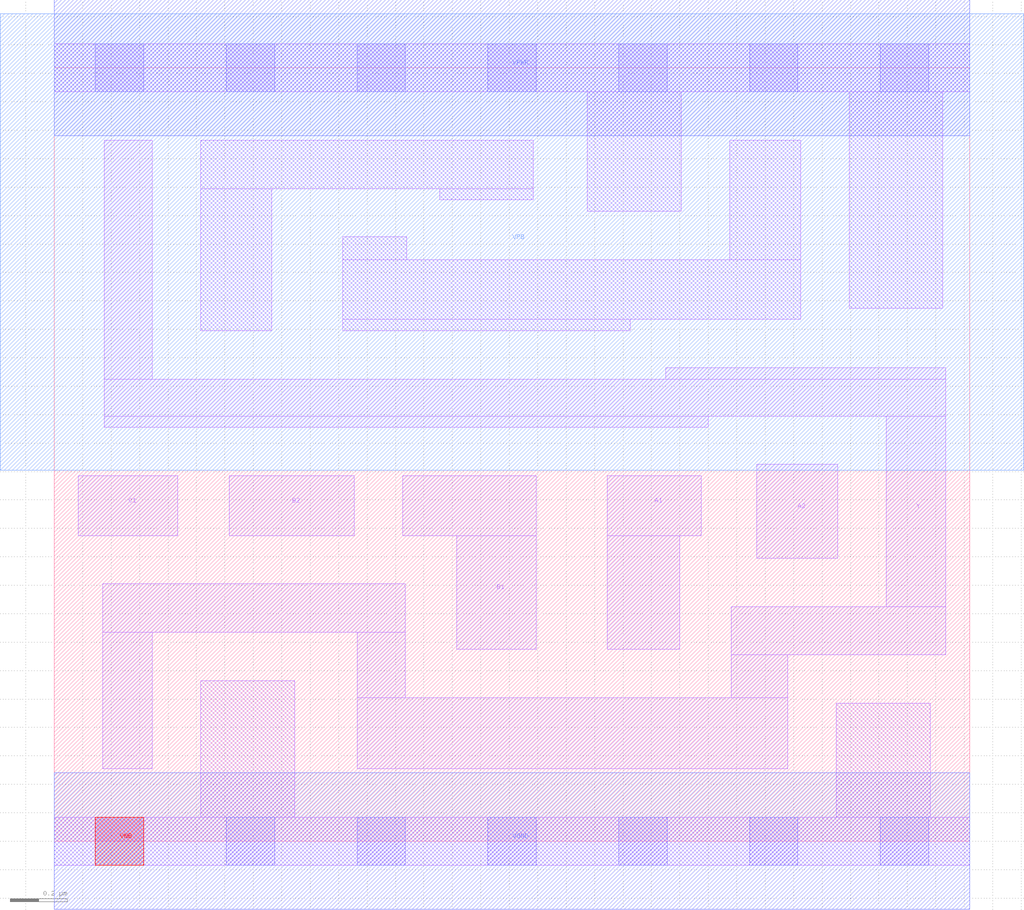
<source format=lef>
# Copyright 2020 The SkyWater PDK Authors
#
# Licensed under the Apache License, Version 2.0 (the "License");
# you may not use this file except in compliance with the License.
# You may obtain a copy of the License at
#
#     https://www.apache.org/licenses/LICENSE-2.0
#
# Unless required by applicable law or agreed to in writing, software
# distributed under the License is distributed on an "AS IS" BASIS,
# WITHOUT WARRANTIES OR CONDITIONS OF ANY KIND, either express or implied.
# See the License for the specific language governing permissions and
# limitations under the License.
#
# SPDX-License-Identifier: Apache-2.0

VERSION 5.7 ;
  NOWIREEXTENSIONATPIN ON ;
  DIVIDERCHAR "/" ;
  BUSBITCHARS "[]" ;
MACRO sky130_fd_sc_hd__a221oi_1
  CLASS CORE ;
  FOREIGN sky130_fd_sc_hd__a221oi_1 ;
  ORIGIN  0.000000  0.000000 ;
  SIZE  3.220000 BY  2.720000 ;
  SYMMETRY X Y R90 ;
  SITE unithd ;
  PIN A1
    ANTENNAGATEAREA  0.247500 ;
    DIRECTION INPUT ;
    USE SIGNAL ;
    PORT
      LAYER li1 ;
        RECT 1.945000 0.675000 2.200000 1.075000 ;
        RECT 1.945000 1.075000 2.275000 1.285000 ;
    END
  END A1
  PIN A2
    ANTENNAGATEAREA  0.247500 ;
    DIRECTION INPUT ;
    USE SIGNAL ;
    PORT
      LAYER li1 ;
        RECT 2.470000 0.995000 2.755000 1.325000 ;
    END
  END A2
  PIN B1
    ANTENNAGATEAREA  0.247500 ;
    DIRECTION INPUT ;
    USE SIGNAL ;
    PORT
      LAYER li1 ;
        RECT 1.225000 1.075000 1.695000 1.285000 ;
        RECT 1.415000 0.675000 1.695000 1.075000 ;
    END
  END B1
  PIN B2
    ANTENNAGATEAREA  0.247500 ;
    DIRECTION INPUT ;
    USE SIGNAL ;
    PORT
      LAYER li1 ;
        RECT 0.615000 1.075000 1.055000 1.285000 ;
    END
  END B2
  PIN C1
    ANTENNAGATEAREA  0.247500 ;
    DIRECTION INPUT ;
    USE SIGNAL ;
    PORT
      LAYER li1 ;
        RECT 0.085000 1.075000 0.435000 1.285000 ;
    END
  END C1
  PIN Y
    ANTENNADIFFAREA  0.767000 ;
    DIRECTION OUTPUT ;
    USE SIGNAL ;
    PORT
      LAYER li1 ;
        RECT 0.170000 0.255000 0.345000 0.735000 ;
        RECT 0.170000 0.735000 1.235000 0.905000 ;
        RECT 0.175000 1.455000 2.300000 1.495000 ;
        RECT 0.175000 1.495000 3.135000 1.625000 ;
        RECT 0.175000 1.625000 0.345000 2.465000 ;
        RECT 1.065000 0.255000 2.580000 0.505000 ;
        RECT 1.065000 0.505000 1.235000 0.735000 ;
        RECT 2.150000 1.625000 3.135000 1.665000 ;
        RECT 2.380000 0.505000 2.580000 0.655000 ;
        RECT 2.380000 0.655000 3.135000 0.825000 ;
        RECT 2.925000 0.825000 3.135000 1.495000 ;
    END
  END Y
  PIN VGND
    DIRECTION INOUT ;
    SHAPE ABUTMENT ;
    USE GROUND ;
    PORT
      LAYER met1 ;
        RECT 0.000000 -0.240000 3.220000 0.240000 ;
    END
  END VGND
  PIN VNB
    DIRECTION INOUT ;
    USE GROUND ;
    PORT
      LAYER pwell ;
        RECT 0.145000 -0.085000 0.315000 0.085000 ;
    END
  END VNB
  PIN VPB
    DIRECTION INOUT ;
    USE POWER ;
    PORT
      LAYER nwell ;
        RECT -0.190000 1.305000 3.410000 2.910000 ;
    END
  END VPB
  PIN VPWR
    DIRECTION INOUT ;
    SHAPE ABUTMENT ;
    USE POWER ;
    PORT
      LAYER met1 ;
        RECT 0.000000 2.480000 3.220000 2.960000 ;
    END
  END VPWR
  OBS
    LAYER li1 ;
      RECT 0.000000 -0.085000 3.220000 0.085000 ;
      RECT 0.000000  2.635000 3.220000 2.805000 ;
      RECT 0.515000  0.085000 0.845000 0.565000 ;
      RECT 0.515000  1.795000 0.765000 2.295000 ;
      RECT 0.515000  2.295000 1.685000 2.465000 ;
      RECT 1.015000  1.795000 2.025000 1.835000 ;
      RECT 1.015000  1.835000 2.625000 2.045000 ;
      RECT 1.015000  2.045000 1.240000 2.125000 ;
      RECT 1.355000  2.255000 1.685000 2.295000 ;
      RECT 1.875000  2.215000 2.205000 2.635000 ;
      RECT 2.375000  2.045000 2.625000 2.465000 ;
      RECT 2.750000  0.085000 3.080000 0.485000 ;
      RECT 2.795000  1.875000 3.125000 2.635000 ;
    LAYER mcon ;
      RECT 0.145000 -0.085000 0.315000 0.085000 ;
      RECT 0.145000  2.635000 0.315000 2.805000 ;
      RECT 0.605000 -0.085000 0.775000 0.085000 ;
      RECT 0.605000  2.635000 0.775000 2.805000 ;
      RECT 1.065000 -0.085000 1.235000 0.085000 ;
      RECT 1.065000  2.635000 1.235000 2.805000 ;
      RECT 1.525000 -0.085000 1.695000 0.085000 ;
      RECT 1.525000  2.635000 1.695000 2.805000 ;
      RECT 1.985000 -0.085000 2.155000 0.085000 ;
      RECT 1.985000  2.635000 2.155000 2.805000 ;
      RECT 2.445000 -0.085000 2.615000 0.085000 ;
      RECT 2.445000  2.635000 2.615000 2.805000 ;
      RECT 2.905000 -0.085000 3.075000 0.085000 ;
      RECT 2.905000  2.635000 3.075000 2.805000 ;
  END
END sky130_fd_sc_hd__a221oi_1
END LIBRARY

</source>
